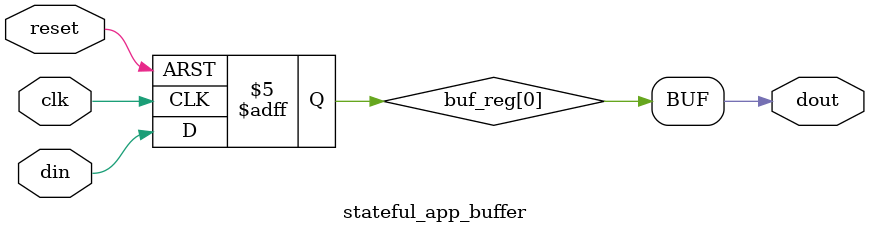
<source format=v>
module stateful_app_buffer
	#(
		parameter WIDTH =1,
		parameter LEN=1
		)
	(
		input 		[WIDTH-1:0]		din,
		output	 	[WIDTH-1:0]		dout,

		input 		clk,
		input 		reset
		);

	reg [WIDTH-1:0] 					buf_reg[LEN-1:0];

	integer 							i;

	assign dout = buf_reg[LEN-1];

	always @(posedge clk or posedge reset) begin
		if (reset) begin
			for (i = 0; i < LEN; i = i + 1) begin
				buf_reg[i] 	<= 	0;
			end	
		end
		else begin
			buf_reg[0] 		<= 	din;
			for (i = 0; i < LEN-1; i = i + 1) begin
				buf_reg[i+1] 	<= 	buf_reg[i];
			end
		end
	end

endmodule
</source>
